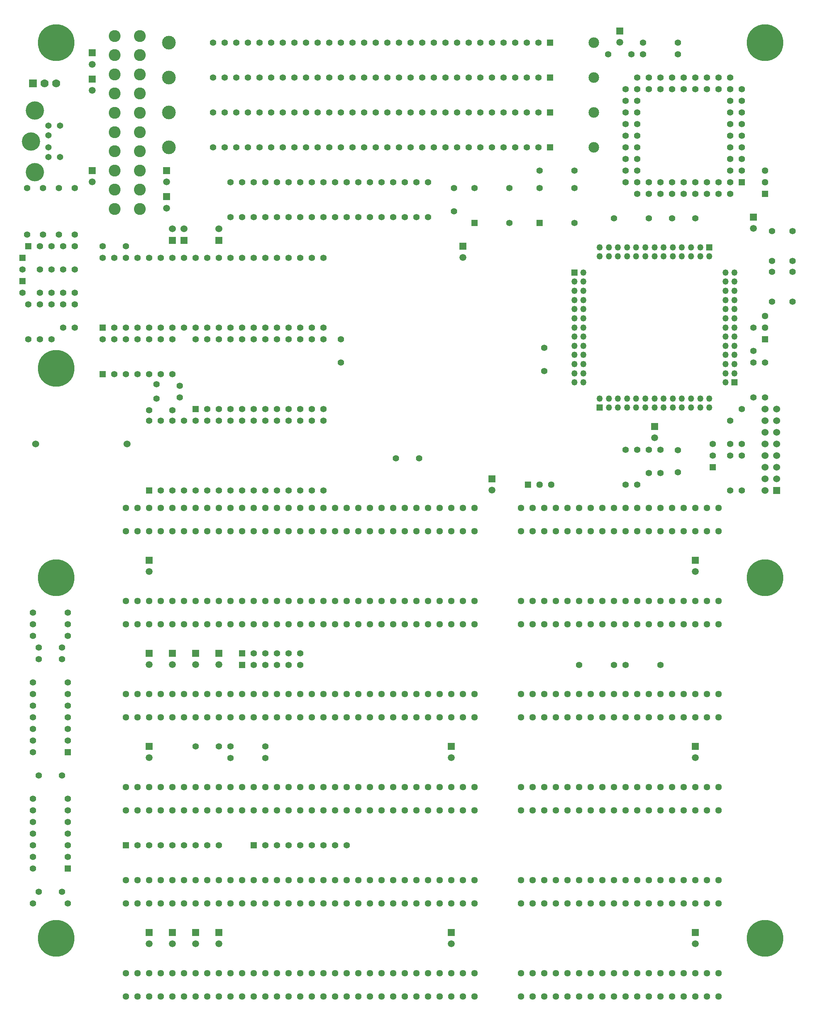
<source format=gbr>
%TF.GenerationSoftware,KiCad,Pcbnew,(6.0.2)*%
%TF.CreationDate,2026-02-18T07:48:15-08:00*%
%TF.ProjectId,AT386SX,41543338-3653-4582-9e6b-696361645f70,2.2*%
%TF.SameCoordinates,Original*%
%TF.FileFunction,Soldermask,Bot*%
%TF.FilePolarity,Negative*%
%FSLAX46Y46*%
G04 Gerber Fmt 4.6, Leading zero omitted, Abs format (unit mm)*
G04 Created by KiCad (PCBNEW (6.0.2)) date 2026-02-18 07:48:15*
%MOMM*%
%LPD*%
G01*
G04 APERTURE LIST*
%ADD10R,1.350000X1.350000*%
%ADD11O,1.350000X1.350000*%
%ADD12C,1.397000*%
%ADD13R,1.397000X1.397000*%
%ADD14R,1.490980X1.490980*%
%ADD15C,1.490980*%
%ADD16R,1.440000X1.440000*%
%ADD17C,1.440000*%
%ADD18C,2.311400*%
%ADD19C,2.997200*%
%ADD20C,1.399540*%
%ADD21R,1.524000X1.524000*%
%ADD22C,1.524000*%
%ADD23C,1.371600*%
%ADD24C,4.000500*%
%ADD25C,2.600960*%
%ADD26C,0.900000*%
%ADD27C,8.000000*%
%ADD28R,1.778000X1.778000*%
%ADD29C,1.778000*%
G04 APERTURE END LIST*
D10*
%TO.C,J17*%
X146750000Y-103870000D03*
D11*
X146750000Y-101870000D03*
X148750000Y-103870000D03*
X148750000Y-101870000D03*
X150750000Y-103870000D03*
X150750000Y-101870000D03*
X152750000Y-103870000D03*
X152750000Y-101870000D03*
X154750000Y-103870000D03*
X154750000Y-101870000D03*
X156750000Y-103870000D03*
X156750000Y-101870000D03*
X158750000Y-103870000D03*
X158750000Y-101870000D03*
X160750000Y-103870000D03*
X160750000Y-101870000D03*
X162750000Y-103870000D03*
X162750000Y-101870000D03*
X164750000Y-103870000D03*
X164750000Y-101870000D03*
X166750000Y-103870000D03*
X166750000Y-101870000D03*
X168750000Y-103870000D03*
X168750000Y-101870000D03*
X170750000Y-103870000D03*
X170750000Y-101870000D03*
%TD*%
D12*
%TO.C,C9*%
X153670000Y-26670000D03*
X148590000Y-26670000D03*
%TD*%
%TO.C,R2*%
X99060000Y-62230000D03*
X99060000Y-54610000D03*
%TD*%
D13*
%TO.C,X1*%
X133667500Y-63500000D03*
D12*
X141287500Y-63500000D03*
X141287500Y-55880000D03*
X133667500Y-55880000D03*
%TD*%
%TO.C,C7*%
X32067500Y-73660000D03*
X32067500Y-78740000D03*
%TD*%
D14*
%TO.C,C32*%
X167640000Y-137180000D03*
D15*
X167640000Y-139680000D03*
%TD*%
D16*
%TO.C,JP5*%
X182880000Y-57150000D03*
D17*
X182880000Y-54610000D03*
X182880000Y-52070000D03*
%TD*%
D10*
%TO.C,J16*%
X141240000Y-74360000D03*
D11*
X143240000Y-74360000D03*
X141240000Y-76360000D03*
X143240000Y-76360000D03*
X141240000Y-78360000D03*
X143240000Y-78360000D03*
X141240000Y-80360000D03*
X143240000Y-80360000D03*
X141240000Y-82360000D03*
X143240000Y-82360000D03*
X141240000Y-84360000D03*
X143240000Y-84360000D03*
X141240000Y-86360000D03*
X143240000Y-86360000D03*
X141240000Y-88360000D03*
X143240000Y-88360000D03*
X141240000Y-90360000D03*
X143240000Y-90360000D03*
X141240000Y-92360000D03*
X143240000Y-92360000D03*
X141240000Y-94360000D03*
X143240000Y-94360000D03*
X141240000Y-96360000D03*
X143240000Y-96360000D03*
X141240000Y-98360000D03*
X143240000Y-98360000D03*
%TD*%
D12*
%TO.C,R33*%
X163830000Y-24130000D03*
X156210000Y-24130000D03*
%TD*%
D13*
%TO.C,J2*%
X135890000Y-31750000D03*
D12*
X133350000Y-31750000D03*
X130810000Y-31750000D03*
X128270000Y-31750000D03*
X125730000Y-31750000D03*
X123190000Y-31750000D03*
X120650000Y-31750000D03*
X118110000Y-31750000D03*
X115570000Y-31750000D03*
X113030000Y-31750000D03*
X110490000Y-31750000D03*
X107950000Y-31750000D03*
X105410000Y-31750000D03*
X102870000Y-31750000D03*
X100330000Y-31750000D03*
X97790000Y-31750000D03*
X95250000Y-31750000D03*
X92710000Y-31750000D03*
X90170000Y-31750000D03*
X87630000Y-31750000D03*
X85090000Y-31750000D03*
X82550000Y-31750000D03*
X80010000Y-31750000D03*
X77470000Y-31750000D03*
X74930000Y-31750000D03*
X72390000Y-31750000D03*
X69850000Y-31750000D03*
X67310000Y-31750000D03*
X64770000Y-31750000D03*
X62230000Y-31750000D03*
D18*
X145480000Y-31750000D03*
D19*
X52640000Y-31750000D03*
%TD*%
D20*
%TO.C,SW1*%
X184439560Y-80721200D03*
X184439560Y-74218800D03*
X188940440Y-80721200D03*
X188940440Y-74218800D03*
%TD*%
D14*
%TO.C,C29*%
X123190000Y-119400000D03*
D15*
X123190000Y-121900000D03*
%TD*%
D21*
%TO.C,JP3*%
X53340000Y-67310000D03*
D22*
X53340000Y-64770000D03*
%TD*%
D13*
%TO.C,U6*%
X48260000Y-121920000D03*
D12*
X50800000Y-121920000D03*
X53340000Y-121920000D03*
X55880000Y-121920000D03*
X58420000Y-121920000D03*
X60960000Y-121920000D03*
X63500000Y-121920000D03*
X66040000Y-121920000D03*
X68580000Y-121920000D03*
X71120000Y-121920000D03*
X73660000Y-121920000D03*
X76200000Y-121920000D03*
X78740000Y-121920000D03*
X81280000Y-121920000D03*
X83820000Y-121920000D03*
X86360000Y-121920000D03*
X86360000Y-106680000D03*
X83820000Y-106680000D03*
X81280000Y-106680000D03*
X78740000Y-106680000D03*
X76200000Y-106680000D03*
X73660000Y-106680000D03*
X71120000Y-106680000D03*
X68580000Y-106680000D03*
X66040000Y-106680000D03*
X63500000Y-106680000D03*
X60960000Y-106680000D03*
X58420000Y-106680000D03*
X55880000Y-106680000D03*
X53340000Y-106680000D03*
X50800000Y-106680000D03*
X48260000Y-106680000D03*
%TD*%
%TO.C,R28*%
X21907500Y-88900000D03*
X21907500Y-81280000D03*
%TD*%
%TO.C,C8*%
X63500000Y-177800000D03*
X58420000Y-177800000D03*
%TD*%
D14*
%TO.C,C37*%
X48260000Y-218460000D03*
D15*
X48260000Y-220960000D03*
%TD*%
D12*
%TO.C,R1*%
X86360000Y-62230000D03*
X86360000Y-54610000D03*
%TD*%
%TO.C,R27*%
X24447500Y-88900000D03*
X24447500Y-81280000D03*
%TD*%
D14*
%TO.C,C33*%
X48260000Y-157500000D03*
D15*
X48260000Y-160000000D03*
%TD*%
D12*
%TO.C,R35*%
X142240000Y-160020000D03*
X149860000Y-160020000D03*
%TD*%
%TO.C,C16*%
X32067500Y-86360000D03*
X32067500Y-81280000D03*
%TD*%
D13*
%TO.C,RN5*%
X21907500Y-68580000D03*
D12*
X24447500Y-68580000D03*
X26987500Y-68580000D03*
X29527500Y-68580000D03*
X32067500Y-68580000D03*
%TD*%
D16*
%TO.C,JP4*%
X182880000Y-88900000D03*
D17*
X182880000Y-86360000D03*
X182880000Y-83820000D03*
%TD*%
%TO.C,J5*%
X43180000Y-130810000D03*
X45720000Y-130810000D03*
X48260000Y-130810000D03*
X50800000Y-130810000D03*
X53340000Y-130810000D03*
X55880000Y-130810000D03*
X58420000Y-130810000D03*
X60960000Y-130810000D03*
X63500000Y-130810000D03*
X66040000Y-130810000D03*
X68580000Y-130810000D03*
X71120000Y-130810000D03*
X73660000Y-130810000D03*
X76200000Y-130810000D03*
X78740000Y-130810000D03*
X81280000Y-130810000D03*
X83820000Y-130810000D03*
X86360000Y-130810000D03*
X88900000Y-130810000D03*
X91440000Y-130810000D03*
X93980000Y-130810000D03*
X96520000Y-130810000D03*
X99060000Y-130810000D03*
X101600000Y-130810000D03*
X104140000Y-130810000D03*
X106680000Y-130810000D03*
X109220000Y-130810000D03*
X111760000Y-130810000D03*
X114300000Y-130810000D03*
X116840000Y-130810000D03*
X119380000Y-130810000D03*
X43180000Y-125730000D03*
X45720000Y-125730000D03*
X48260000Y-125730000D03*
X50800000Y-125730000D03*
X53340000Y-125730000D03*
X55880000Y-125730000D03*
X58420000Y-125730000D03*
X60960000Y-125730000D03*
X63500000Y-125730000D03*
X66040000Y-125730000D03*
X68580000Y-125730000D03*
X71120000Y-125730000D03*
X73660000Y-125730000D03*
X76200000Y-125730000D03*
X78740000Y-125730000D03*
X81280000Y-125730000D03*
X83820000Y-125730000D03*
X86360000Y-125730000D03*
X88900000Y-125730000D03*
X91440000Y-125730000D03*
X93980000Y-125730000D03*
X96520000Y-125730000D03*
X99060000Y-125730000D03*
X101600000Y-125730000D03*
X104140000Y-125730000D03*
X106680000Y-125730000D03*
X109220000Y-125730000D03*
X111760000Y-125730000D03*
X114300000Y-125730000D03*
X116840000Y-125730000D03*
X119380000Y-125730000D03*
X129540000Y-130810000D03*
X132080000Y-130810000D03*
X134620000Y-130810000D03*
X137160000Y-130810000D03*
X139700000Y-130810000D03*
X142240000Y-130810000D03*
X144780000Y-130810000D03*
X147320000Y-130810000D03*
X149860000Y-130810000D03*
X152400000Y-130810000D03*
X154940000Y-130810000D03*
X157480000Y-130810000D03*
X160020000Y-130810000D03*
X162560000Y-130810000D03*
X165100000Y-130810000D03*
X167640000Y-130810000D03*
X170180000Y-130810000D03*
X172720000Y-130810000D03*
X129540000Y-125730000D03*
X132080000Y-125730000D03*
X134620000Y-125730000D03*
X137160000Y-125730000D03*
X139700000Y-125730000D03*
X142240000Y-125730000D03*
X144780000Y-125730000D03*
X147320000Y-125730000D03*
X149860000Y-125730000D03*
X152400000Y-125730000D03*
X154940000Y-125730000D03*
X157480000Y-125730000D03*
X160020000Y-125730000D03*
X162560000Y-125730000D03*
X165100000Y-125730000D03*
X167640000Y-125730000D03*
X170180000Y-125730000D03*
X172720000Y-125730000D03*
%TD*%
D13*
%TO.C,U9*%
X30480000Y-204470000D03*
D12*
X30480000Y-201930000D03*
X30480000Y-199390000D03*
X30480000Y-196850000D03*
X30480000Y-194310000D03*
X30480000Y-191770000D03*
X30480000Y-189230000D03*
X22860000Y-189230000D03*
X22860000Y-191770000D03*
X22860000Y-194310000D03*
X22860000Y-196850000D03*
X22860000Y-199390000D03*
X22860000Y-201930000D03*
X22860000Y-204470000D03*
%TD*%
%TO.C,C13*%
X90170000Y-93980000D03*
X90170000Y-88900000D03*
%TD*%
D13*
%TO.C,J3*%
X135890000Y-39370000D03*
D12*
X133350000Y-39370000D03*
X130810000Y-39370000D03*
X128270000Y-39370000D03*
X125730000Y-39370000D03*
X123190000Y-39370000D03*
X120650000Y-39370000D03*
X118110000Y-39370000D03*
X115570000Y-39370000D03*
X113030000Y-39370000D03*
X110490000Y-39370000D03*
X107950000Y-39370000D03*
X105410000Y-39370000D03*
X102870000Y-39370000D03*
X100330000Y-39370000D03*
X97790000Y-39370000D03*
X95250000Y-39370000D03*
X92710000Y-39370000D03*
X90170000Y-39370000D03*
X87630000Y-39370000D03*
X85090000Y-39370000D03*
X82550000Y-39370000D03*
X80010000Y-39370000D03*
X77470000Y-39370000D03*
X74930000Y-39370000D03*
X72390000Y-39370000D03*
X69850000Y-39370000D03*
X67310000Y-39370000D03*
X64770000Y-39370000D03*
X62230000Y-39370000D03*
D19*
X52640000Y-39370000D03*
D18*
X145480000Y-39370000D03*
%TD*%
D12*
%TO.C,C5*%
X24447500Y-73660000D03*
X24447500Y-78740000D03*
%TD*%
%TO.C,R8*%
X81280000Y-62230000D03*
X81280000Y-54610000D03*
%TD*%
%TO.C,R18*%
X109220000Y-62230000D03*
X109220000Y-54610000D03*
%TD*%
%TO.C,R19*%
X106680000Y-62230000D03*
X106680000Y-54610000D03*
%TD*%
D13*
%TO.C,J1*%
X135890000Y-24130000D03*
D12*
X133350000Y-24130000D03*
X130810000Y-24130000D03*
X128270000Y-24130000D03*
X125730000Y-24130000D03*
X123190000Y-24130000D03*
X120650000Y-24130000D03*
X118110000Y-24130000D03*
X115570000Y-24130000D03*
X113030000Y-24130000D03*
X110490000Y-24130000D03*
X107950000Y-24130000D03*
X105410000Y-24130000D03*
X102870000Y-24130000D03*
X100330000Y-24130000D03*
X97790000Y-24130000D03*
X95250000Y-24130000D03*
X92710000Y-24130000D03*
X90170000Y-24130000D03*
X87630000Y-24130000D03*
X85090000Y-24130000D03*
X82550000Y-24130000D03*
X80010000Y-24130000D03*
X77470000Y-24130000D03*
X74930000Y-24130000D03*
X72390000Y-24130000D03*
X69850000Y-24130000D03*
X67310000Y-24130000D03*
X64770000Y-24130000D03*
X62230000Y-24130000D03*
D19*
X52640000Y-24130000D03*
D18*
X145480000Y-24130000D03*
%TD*%
D13*
%TO.C,RN1*%
X71120000Y-199390000D03*
D12*
X73660000Y-199390000D03*
X76200000Y-199390000D03*
X78740000Y-199390000D03*
X81280000Y-199390000D03*
X83820000Y-199390000D03*
X86360000Y-199390000D03*
X88900000Y-199390000D03*
X91440000Y-199390000D03*
%TD*%
%TO.C,R10*%
X76200000Y-62230000D03*
X76200000Y-54610000D03*
%TD*%
%TO.C,Y1*%
X163830000Y-118010940D03*
X163830000Y-113129060D03*
%TD*%
%TO.C,R3*%
X96520000Y-62230000D03*
X96520000Y-54610000D03*
%TD*%
D14*
%TO.C,C43*%
X35877500Y-26372500D03*
D15*
X35877500Y-28872500D03*
%TD*%
D23*
%TO.C,J11*%
X26280000Y-47020000D03*
X26280000Y-44420000D03*
X26280000Y-49120000D03*
X26280000Y-42320000D03*
X28780000Y-49120000D03*
X28780000Y-42320000D03*
D24*
X23280000Y-38970000D03*
X23280000Y-52470000D03*
X22480000Y-45720000D03*
%TD*%
D12*
%TO.C,R25*%
X177800000Y-114300000D03*
X177800000Y-121920000D03*
%TD*%
%TO.C,C20*%
X24130000Y-209550000D03*
X29210000Y-209550000D03*
%TD*%
D17*
%TO.C,J9*%
X43180000Y-212090000D03*
X45720000Y-212090000D03*
X48260000Y-212090000D03*
X50800000Y-212090000D03*
X53340000Y-212090000D03*
X55880000Y-212090000D03*
X58420000Y-212090000D03*
X60960000Y-212090000D03*
X63500000Y-212090000D03*
X66040000Y-212090000D03*
X68580000Y-212090000D03*
X71120000Y-212090000D03*
X73660000Y-212090000D03*
X76200000Y-212090000D03*
X78740000Y-212090000D03*
X81280000Y-212090000D03*
X83820000Y-212090000D03*
X86360000Y-212090000D03*
X88900000Y-212090000D03*
X91440000Y-212090000D03*
X93980000Y-212090000D03*
X96520000Y-212090000D03*
X99060000Y-212090000D03*
X101600000Y-212090000D03*
X104140000Y-212090000D03*
X106680000Y-212090000D03*
X109220000Y-212090000D03*
X111760000Y-212090000D03*
X114300000Y-212090000D03*
X116840000Y-212090000D03*
X119380000Y-212090000D03*
X43180000Y-207010000D03*
X45720000Y-207010000D03*
X48260000Y-207010000D03*
X50800000Y-207010000D03*
X53340000Y-207010000D03*
X55880000Y-207010000D03*
X58420000Y-207010000D03*
X60960000Y-207010000D03*
X63500000Y-207010000D03*
X66040000Y-207010000D03*
X68580000Y-207010000D03*
X71120000Y-207010000D03*
X73660000Y-207010000D03*
X76200000Y-207010000D03*
X78740000Y-207010000D03*
X81280000Y-207010000D03*
X83820000Y-207010000D03*
X86360000Y-207010000D03*
X88900000Y-207010000D03*
X91440000Y-207010000D03*
X93980000Y-207010000D03*
X96520000Y-207010000D03*
X99060000Y-207010000D03*
X101600000Y-207010000D03*
X104140000Y-207010000D03*
X106680000Y-207010000D03*
X109220000Y-207010000D03*
X111760000Y-207010000D03*
X114300000Y-207010000D03*
X116840000Y-207010000D03*
X119380000Y-207010000D03*
X129540000Y-212090000D03*
X132080000Y-212090000D03*
X134620000Y-212090000D03*
X137160000Y-212090000D03*
X139700000Y-212090000D03*
X142240000Y-212090000D03*
X144780000Y-212090000D03*
X147320000Y-212090000D03*
X149860000Y-212090000D03*
X152400000Y-212090000D03*
X154940000Y-212090000D03*
X157480000Y-212090000D03*
X160020000Y-212090000D03*
X162560000Y-212090000D03*
X165100000Y-212090000D03*
X167640000Y-212090000D03*
X170180000Y-212090000D03*
X172720000Y-212090000D03*
X129540000Y-207010000D03*
X132080000Y-207010000D03*
X134620000Y-207010000D03*
X137160000Y-207010000D03*
X139700000Y-207010000D03*
X142240000Y-207010000D03*
X144780000Y-207010000D03*
X147320000Y-207010000D03*
X149860000Y-207010000D03*
X152400000Y-207010000D03*
X154940000Y-207010000D03*
X157480000Y-207010000D03*
X160020000Y-207010000D03*
X162560000Y-207010000D03*
X165100000Y-207010000D03*
X167640000Y-207010000D03*
X170180000Y-207010000D03*
X172720000Y-207010000D03*
%TD*%
D12*
%TO.C,R6*%
X88900000Y-62230000D03*
X88900000Y-54610000D03*
%TD*%
D13*
%TO.C,U4*%
X58420000Y-104140000D03*
D12*
X60960000Y-104140000D03*
X63500000Y-104140000D03*
X66040000Y-104140000D03*
X68580000Y-104140000D03*
X71120000Y-104140000D03*
X73660000Y-104140000D03*
X76200000Y-104140000D03*
X78740000Y-104140000D03*
X81280000Y-104140000D03*
X83820000Y-104140000D03*
X86360000Y-104140000D03*
X86360000Y-88900000D03*
X83820000Y-88900000D03*
X81280000Y-88900000D03*
X78740000Y-88900000D03*
X76200000Y-88900000D03*
X73660000Y-88900000D03*
X71120000Y-88900000D03*
X68580000Y-88900000D03*
X66040000Y-88900000D03*
X63500000Y-88900000D03*
X60960000Y-88900000D03*
X58420000Y-88900000D03*
%TD*%
D13*
%TO.C,X2*%
X119380000Y-63500000D03*
D12*
X127000000Y-63500000D03*
X127000000Y-55880000D03*
X119380000Y-55880000D03*
%TD*%
%TO.C,R11*%
X73660000Y-62230000D03*
X73660000Y-54610000D03*
%TD*%
D14*
%TO.C,C30*%
X158750000Y-107970000D03*
D15*
X158750000Y-110470000D03*
%TD*%
D12*
%TO.C,R21*%
X101600000Y-62230000D03*
X101600000Y-54610000D03*
%TD*%
D14*
%TO.C,C40*%
X52070000Y-57805000D03*
D15*
X52070000Y-60305000D03*
%TD*%
D14*
%TO.C,C44*%
X58420000Y-157500000D03*
D15*
X58420000Y-160000000D03*
%TD*%
D14*
%TO.C,C41*%
X63500000Y-157500000D03*
D15*
X63500000Y-160000000D03*
%TD*%
D25*
%TO.C,J12*%
X46248320Y-22692360D03*
X46248320Y-26893520D03*
X46248320Y-31092140D03*
X46248320Y-35293300D03*
X46248320Y-39491920D03*
X46248320Y-43693080D03*
X46248320Y-47891700D03*
X46248320Y-52092860D03*
X46248320Y-56291480D03*
X46248320Y-60492640D03*
X40746680Y-22692360D03*
X40746680Y-26893520D03*
X40746680Y-31092140D03*
X40746680Y-35293300D03*
X40746680Y-39491920D03*
X40746680Y-43693080D03*
X40746680Y-47891700D03*
X40746680Y-52092860D03*
X40746680Y-56291480D03*
X40746680Y-60492640D03*
%TD*%
D13*
%TO.C,D1*%
X20637500Y-76200000D03*
D12*
X20637500Y-78740000D03*
%TD*%
%TO.C,R30*%
X73660000Y-180340000D03*
X66040000Y-180340000D03*
%TD*%
%TO.C,R40*%
X154940000Y-120650000D03*
X154940000Y-113030000D03*
%TD*%
D17*
%TO.C,J8*%
X43180000Y-191770000D03*
X45720000Y-191770000D03*
X48260000Y-191770000D03*
X50800000Y-191770000D03*
X53340000Y-191770000D03*
X55880000Y-191770000D03*
X58420000Y-191770000D03*
X60960000Y-191770000D03*
X63500000Y-191770000D03*
X66040000Y-191770000D03*
X68580000Y-191770000D03*
X71120000Y-191770000D03*
X73660000Y-191770000D03*
X76200000Y-191770000D03*
X78740000Y-191770000D03*
X81280000Y-191770000D03*
X83820000Y-191770000D03*
X86360000Y-191770000D03*
X88900000Y-191770000D03*
X91440000Y-191770000D03*
X93980000Y-191770000D03*
X96520000Y-191770000D03*
X99060000Y-191770000D03*
X101600000Y-191770000D03*
X104140000Y-191770000D03*
X106680000Y-191770000D03*
X109220000Y-191770000D03*
X111760000Y-191770000D03*
X114300000Y-191770000D03*
X116840000Y-191770000D03*
X119380000Y-191770000D03*
X43180000Y-186690000D03*
X45720000Y-186690000D03*
X48260000Y-186690000D03*
X50800000Y-186690000D03*
X53340000Y-186690000D03*
X55880000Y-186690000D03*
X58420000Y-186690000D03*
X60960000Y-186690000D03*
X63500000Y-186690000D03*
X66040000Y-186690000D03*
X68580000Y-186690000D03*
X71120000Y-186690000D03*
X73660000Y-186690000D03*
X76200000Y-186690000D03*
X78740000Y-186690000D03*
X81280000Y-186690000D03*
X83820000Y-186690000D03*
X86360000Y-186690000D03*
X88900000Y-186690000D03*
X91440000Y-186690000D03*
X93980000Y-186690000D03*
X96520000Y-186690000D03*
X99060000Y-186690000D03*
X101600000Y-186690000D03*
X104140000Y-186690000D03*
X106680000Y-186690000D03*
X109220000Y-186690000D03*
X111760000Y-186690000D03*
X114300000Y-186690000D03*
X116840000Y-186690000D03*
X119380000Y-186690000D03*
X129540000Y-191770000D03*
X132080000Y-191770000D03*
X134620000Y-191770000D03*
X137160000Y-191770000D03*
X139700000Y-191770000D03*
X142240000Y-191770000D03*
X144780000Y-191770000D03*
X147320000Y-191770000D03*
X149860000Y-191770000D03*
X152400000Y-191770000D03*
X154940000Y-191770000D03*
X157480000Y-191770000D03*
X160020000Y-191770000D03*
X162560000Y-191770000D03*
X165100000Y-191770000D03*
X167640000Y-191770000D03*
X170180000Y-191770000D03*
X172720000Y-191770000D03*
X129540000Y-186690000D03*
X132080000Y-186690000D03*
X134620000Y-186690000D03*
X137160000Y-186690000D03*
X139700000Y-186690000D03*
X142240000Y-186690000D03*
X144780000Y-186690000D03*
X147320000Y-186690000D03*
X149860000Y-186690000D03*
X152400000Y-186690000D03*
X154940000Y-186690000D03*
X157480000Y-186690000D03*
X160020000Y-186690000D03*
X162560000Y-186690000D03*
X165100000Y-186690000D03*
X167640000Y-186690000D03*
X170180000Y-186690000D03*
X172720000Y-186690000D03*
%TD*%
D14*
%TO.C,C39*%
X167640000Y-218460000D03*
D15*
X167640000Y-220960000D03*
%TD*%
D10*
%TO.C,J14*%
X176260000Y-98360000D03*
D11*
X174260000Y-98360000D03*
X176260000Y-96360000D03*
X174260000Y-96360000D03*
X176260000Y-94360000D03*
X174260000Y-94360000D03*
X176260000Y-92360000D03*
X174260000Y-92360000D03*
X176260000Y-90360000D03*
X174260000Y-90360000D03*
X176260000Y-88360000D03*
X174260000Y-88360000D03*
X176260000Y-86360000D03*
X174260000Y-86360000D03*
X176260000Y-84360000D03*
X174260000Y-84360000D03*
X176260000Y-82360000D03*
X174260000Y-82360000D03*
X176260000Y-80360000D03*
X174260000Y-80360000D03*
X176260000Y-78360000D03*
X174260000Y-78360000D03*
X176260000Y-76360000D03*
X174260000Y-76360000D03*
X176260000Y-74360000D03*
X174260000Y-74360000D03*
%TD*%
D14*
%TO.C,C25*%
X52070000Y-52090000D03*
D15*
X52070000Y-54590000D03*
%TD*%
D21*
%TO.C,JP2*%
X55880000Y-67310000D03*
D22*
X55880000Y-64770000D03*
%TD*%
D12*
%TO.C,C15*%
X48260000Y-104457500D03*
X53340000Y-104457500D03*
%TD*%
%TO.C,C2*%
X160020000Y-113030000D03*
X160020000Y-118110000D03*
%TD*%
D26*
%TO.C,H4*%
X30061320Y-22008680D03*
D27*
X27940000Y-24130000D03*
D26*
X25818680Y-22008680D03*
X24940000Y-24130000D03*
X30940000Y-24130000D03*
X27940000Y-21130000D03*
X25818680Y-26251320D03*
X30061320Y-26251320D03*
X27940000Y-27130000D03*
%TD*%
D12*
%TO.C,L2*%
X21590000Y-66040000D03*
X21590000Y-55880000D03*
%TD*%
D14*
%TO.C,C27*%
X116840000Y-68600000D03*
D15*
X116840000Y-71100000D03*
%TD*%
D12*
%TO.C,R7*%
X83820000Y-62230000D03*
X83820000Y-54610000D03*
%TD*%
%TO.C,R38*%
X30480000Y-151129282D03*
X22860000Y-151129282D03*
%TD*%
%TO.C,L3*%
X32067500Y-66040000D03*
X32067500Y-55880000D03*
%TD*%
D26*
%TO.C,H7*%
X185001320Y-143091320D03*
X179880000Y-140970000D03*
X180758680Y-138848680D03*
X182880000Y-137970000D03*
X185001320Y-138848680D03*
X185880000Y-140970000D03*
X180758680Y-143091320D03*
D27*
X182880000Y-140970000D03*
D26*
X182880000Y-143970000D03*
%TD*%
D13*
%TO.C,RN3*%
X68580000Y-160020000D03*
D12*
X71120000Y-160020000D03*
X73660000Y-160020000D03*
X76200000Y-160020000D03*
X78740000Y-160020000D03*
X81280000Y-160020000D03*
%TD*%
%TO.C,C17*%
X102235000Y-114935000D03*
X107315000Y-114935000D03*
%TD*%
D14*
%TO.C,C42*%
X63500000Y-218460000D03*
D15*
X63500000Y-220960000D03*
%TD*%
D20*
%TO.C,SW2*%
X184439560Y-71831200D03*
X184439560Y-65328800D03*
X188940440Y-65328800D03*
X188940440Y-71831200D03*
%TD*%
D12*
%TO.C,R17*%
X68580000Y-62230000D03*
X68580000Y-54610000D03*
%TD*%
D26*
%TO.C,H2*%
X25818680Y-138848680D03*
X27940000Y-137970000D03*
X27940000Y-143970000D03*
X25818680Y-143091320D03*
X30061320Y-143091320D03*
D27*
X27940000Y-140970000D03*
D26*
X30940000Y-140970000D03*
X30061320Y-138848680D03*
X24940000Y-140970000D03*
%TD*%
D12*
%TO.C,R23*%
X180340000Y-101600000D03*
X180340000Y-93980000D03*
%TD*%
%TO.C,L4*%
X28575000Y-66040000D03*
X28575000Y-55880000D03*
%TD*%
%TO.C,R34*%
X163830000Y-26670000D03*
X156210000Y-26670000D03*
%TD*%
D13*
%TO.C,J4*%
X135890000Y-46990000D03*
D12*
X133350000Y-46990000D03*
X130810000Y-46990000D03*
X128270000Y-46990000D03*
X125730000Y-46990000D03*
X123190000Y-46990000D03*
X120650000Y-46990000D03*
X118110000Y-46990000D03*
X115570000Y-46990000D03*
X113030000Y-46990000D03*
X110490000Y-46990000D03*
X107950000Y-46990000D03*
X105410000Y-46990000D03*
X102870000Y-46990000D03*
X100330000Y-46990000D03*
X97790000Y-46990000D03*
X95250000Y-46990000D03*
X92710000Y-46990000D03*
X90170000Y-46990000D03*
X87630000Y-46990000D03*
X85090000Y-46990000D03*
X82550000Y-46990000D03*
X80010000Y-46990000D03*
X77470000Y-46990000D03*
X74930000Y-46990000D03*
X72390000Y-46990000D03*
X69850000Y-46990000D03*
X67310000Y-46990000D03*
X64770000Y-46990000D03*
X62230000Y-46990000D03*
D19*
X52640000Y-46990000D03*
D18*
X145480000Y-46990000D03*
%TD*%
D13*
%TO.C,Q1*%
X171450000Y-116840000D03*
D12*
X171450000Y-114300000D03*
X171450000Y-111760000D03*
%TD*%
%TO.C,C22*%
X29210000Y-158749282D03*
X24130000Y-158749282D03*
%TD*%
D14*
%TO.C,C47*%
X53340000Y-157500000D03*
D15*
X53340000Y-160000000D03*
%TD*%
D12*
%TO.C,R31*%
X30480000Y-212090000D03*
X22860000Y-212090000D03*
%TD*%
D28*
%TO.C,U10*%
X22860000Y-33020000D03*
D29*
X25400000Y-33020000D03*
X27940000Y-33020000D03*
%TD*%
D12*
%TO.C,C18*%
X114935000Y-55880000D03*
X114935000Y-60960000D03*
%TD*%
D14*
%TO.C,C26*%
X151130000Y-21610000D03*
D15*
X151130000Y-24110000D03*
%TD*%
D12*
%TO.C,C11*%
X162560000Y-62547500D03*
X167640000Y-62547500D03*
%TD*%
D21*
%TO.C,JP1*%
X63500000Y-67310000D03*
D22*
X63500000Y-64770000D03*
%TD*%
D21*
%TO.C,J13*%
X185420000Y-121920000D03*
D22*
X182880000Y-121920000D03*
X185420000Y-119380000D03*
X182880000Y-119380000D03*
X185420000Y-116840000D03*
X182880000Y-116840000D03*
X185420000Y-114300000D03*
X182880000Y-114300000D03*
X185420000Y-111760000D03*
X182880000Y-111760000D03*
X185420000Y-109220000D03*
X182880000Y-109220000D03*
X185420000Y-106680000D03*
X182880000Y-106680000D03*
X185420000Y-104140000D03*
X182880000Y-104140000D03*
%TD*%
D14*
%TO.C,C31*%
X48260000Y-137180000D03*
D15*
X48260000Y-139680000D03*
%TD*%
D12*
%TO.C,R4*%
X93980000Y-62230000D03*
X93980000Y-54610000D03*
%TD*%
%TO.C,R5*%
X91440000Y-62230000D03*
X91440000Y-54610000D03*
%TD*%
%TO.C,R9*%
X78740000Y-62230000D03*
X78740000Y-54610000D03*
%TD*%
D14*
%TO.C,C38*%
X114300000Y-218460000D03*
D15*
X114300000Y-220960000D03*
%TD*%
D12*
%TO.C,C12*%
X134620000Y-90805000D03*
X134620000Y-95885000D03*
%TD*%
D14*
%TO.C,C24*%
X35877500Y-52090000D03*
D15*
X35877500Y-54590000D03*
%TD*%
D14*
%TO.C,C46*%
X35877500Y-32087500D03*
D15*
X35877500Y-34587500D03*
%TD*%
D12*
%TO.C,R26*%
X177800000Y-104140000D03*
X177800000Y-111760000D03*
%TD*%
%TO.C,R24*%
X182880000Y-101600000D03*
X182880000Y-93980000D03*
%TD*%
D13*
%TO.C,D2*%
X20637500Y-71120000D03*
D12*
X20637500Y-73660000D03*
%TD*%
D17*
%TO.C,J7*%
X43180000Y-171450000D03*
X45720000Y-171450000D03*
X48260000Y-171450000D03*
X50800000Y-171450000D03*
X53340000Y-171450000D03*
X55880000Y-171450000D03*
X58420000Y-171450000D03*
X60960000Y-171450000D03*
X63500000Y-171450000D03*
X66040000Y-171450000D03*
X68580000Y-171450000D03*
X71120000Y-171450000D03*
X73660000Y-171450000D03*
X76200000Y-171450000D03*
X78740000Y-171450000D03*
X81280000Y-171450000D03*
X83820000Y-171450000D03*
X86360000Y-171450000D03*
X88900000Y-171450000D03*
X91440000Y-171450000D03*
X93980000Y-171450000D03*
X96520000Y-171450000D03*
X99060000Y-171450000D03*
X101600000Y-171450000D03*
X104140000Y-171450000D03*
X106680000Y-171450000D03*
X109220000Y-171450000D03*
X111760000Y-171450000D03*
X114300000Y-171450000D03*
X116840000Y-171450000D03*
X119380000Y-171450000D03*
X43180000Y-166370000D03*
X45720000Y-166370000D03*
X48260000Y-166370000D03*
X50800000Y-166370000D03*
X53340000Y-166370000D03*
X55880000Y-166370000D03*
X58420000Y-166370000D03*
X60960000Y-166370000D03*
X63500000Y-166370000D03*
X66040000Y-166370000D03*
X68580000Y-166370000D03*
X71120000Y-166370000D03*
X73660000Y-166370000D03*
X76200000Y-166370000D03*
X78740000Y-166370000D03*
X81280000Y-166370000D03*
X83820000Y-166370000D03*
X86360000Y-166370000D03*
X88900000Y-166370000D03*
X91440000Y-166370000D03*
X93980000Y-166370000D03*
X96520000Y-166370000D03*
X99060000Y-166370000D03*
X101600000Y-166370000D03*
X104140000Y-166370000D03*
X106680000Y-166370000D03*
X109220000Y-166370000D03*
X111760000Y-166370000D03*
X114300000Y-166370000D03*
X116840000Y-166370000D03*
X119380000Y-166370000D03*
X129540000Y-171450000D03*
X132080000Y-171450000D03*
X134620000Y-171450000D03*
X137160000Y-171450000D03*
X139700000Y-171450000D03*
X142240000Y-171450000D03*
X144780000Y-171450000D03*
X147320000Y-171450000D03*
X149860000Y-171450000D03*
X152400000Y-171450000D03*
X154940000Y-171450000D03*
X157480000Y-171450000D03*
X160020000Y-171450000D03*
X162560000Y-171450000D03*
X165100000Y-171450000D03*
X167640000Y-171450000D03*
X170180000Y-171450000D03*
X172720000Y-171450000D03*
X129540000Y-166370000D03*
X132080000Y-166370000D03*
X134620000Y-166370000D03*
X137160000Y-166370000D03*
X139700000Y-166370000D03*
X142240000Y-166370000D03*
X144780000Y-166370000D03*
X147320000Y-166370000D03*
X149860000Y-166370000D03*
X152400000Y-166370000D03*
X154940000Y-166370000D03*
X157480000Y-166370000D03*
X160020000Y-166370000D03*
X162560000Y-166370000D03*
X165100000Y-166370000D03*
X167640000Y-166370000D03*
X170180000Y-166370000D03*
X172720000Y-166370000D03*
%TD*%
D26*
%TO.C,H3*%
X27940000Y-98250000D03*
X30061320Y-97371320D03*
D27*
X27940000Y-95250000D03*
D26*
X25818680Y-97371320D03*
X30940000Y-95250000D03*
X25818680Y-93128680D03*
X24940000Y-95250000D03*
X30061320Y-93128680D03*
X27940000Y-92250000D03*
%TD*%
D17*
%TO.C,J10*%
X43180000Y-232410000D03*
X45720000Y-232410000D03*
X48260000Y-232410000D03*
X50800000Y-232410000D03*
X53340000Y-232410000D03*
X55880000Y-232410000D03*
X58420000Y-232410000D03*
X60960000Y-232410000D03*
X63500000Y-232410000D03*
X66040000Y-232410000D03*
X68580000Y-232410000D03*
X71120000Y-232410000D03*
X73660000Y-232410000D03*
X76200000Y-232410000D03*
X78740000Y-232410000D03*
X81280000Y-232410000D03*
X83820000Y-232410000D03*
X86360000Y-232410000D03*
X88900000Y-232410000D03*
X91440000Y-232410000D03*
X93980000Y-232410000D03*
X96520000Y-232410000D03*
X99060000Y-232410000D03*
X101600000Y-232410000D03*
X104140000Y-232410000D03*
X106680000Y-232410000D03*
X109220000Y-232410000D03*
X111760000Y-232410000D03*
X114300000Y-232410000D03*
X116840000Y-232410000D03*
X119380000Y-232410000D03*
X43180000Y-227330000D03*
X45720000Y-227330000D03*
X48260000Y-227330000D03*
X50800000Y-227330000D03*
X53340000Y-227330000D03*
X55880000Y-227330000D03*
X58420000Y-227330000D03*
X60960000Y-227330000D03*
X63500000Y-227330000D03*
X66040000Y-227330000D03*
X68580000Y-227330000D03*
X71120000Y-227330000D03*
X73660000Y-227330000D03*
X76200000Y-227330000D03*
X78740000Y-227330000D03*
X81280000Y-227330000D03*
X83820000Y-227330000D03*
X86360000Y-227330000D03*
X88900000Y-227330000D03*
X91440000Y-227330000D03*
X93980000Y-227330000D03*
X96520000Y-227330000D03*
X99060000Y-227330000D03*
X101600000Y-227330000D03*
X104140000Y-227330000D03*
X106680000Y-227330000D03*
X109220000Y-227330000D03*
X111760000Y-227330000D03*
X114300000Y-227330000D03*
X116840000Y-227330000D03*
X119380000Y-227330000D03*
X129540000Y-232410000D03*
X132080000Y-232410000D03*
X134620000Y-232410000D03*
X137160000Y-232410000D03*
X139700000Y-232410000D03*
X142240000Y-232410000D03*
X144780000Y-232410000D03*
X147320000Y-232410000D03*
X149860000Y-232410000D03*
X152400000Y-232410000D03*
X154940000Y-232410000D03*
X157480000Y-232410000D03*
X160020000Y-232410000D03*
X162560000Y-232410000D03*
X165100000Y-232410000D03*
X167640000Y-232410000D03*
X170180000Y-232410000D03*
X172720000Y-232410000D03*
X129540000Y-227330000D03*
X132080000Y-227330000D03*
X134620000Y-227330000D03*
X137160000Y-227330000D03*
X139700000Y-227330000D03*
X142240000Y-227330000D03*
X144780000Y-227330000D03*
X147320000Y-227330000D03*
X149860000Y-227330000D03*
X152400000Y-227330000D03*
X154940000Y-227330000D03*
X157480000Y-227330000D03*
X160020000Y-227330000D03*
X162560000Y-227330000D03*
X165100000Y-227330000D03*
X167640000Y-227330000D03*
X170180000Y-227330000D03*
X172720000Y-227330000D03*
%TD*%
D13*
%TO.C,RN4*%
X43180000Y-199390000D03*
D12*
X45720000Y-199390000D03*
X48260000Y-199390000D03*
X50800000Y-199390000D03*
X53340000Y-199390000D03*
X55880000Y-199390000D03*
X58420000Y-199390000D03*
X60960000Y-199390000D03*
X63500000Y-199390000D03*
%TD*%
%TO.C,R29*%
X30480000Y-153669282D03*
X22860000Y-153669282D03*
%TD*%
%TO.C,C23*%
X29210000Y-156209282D03*
X24130000Y-156209282D03*
%TD*%
D14*
%TO.C,C35*%
X114300000Y-177820000D03*
D15*
X114300000Y-180320000D03*
%TD*%
D12*
%TO.C,C21*%
X175260000Y-111760000D03*
X175260000Y-106680000D03*
%TD*%
D14*
%TO.C,C36*%
X167640000Y-177820000D03*
D15*
X167640000Y-180320000D03*
%TD*%
D12*
%TO.C,R16*%
X66040000Y-62230000D03*
X66040000Y-54610000D03*
%TD*%
D14*
%TO.C,C28*%
X180340000Y-62250000D03*
D15*
X180340000Y-64750000D03*
%TD*%
D10*
%TO.C,J15*%
X170750000Y-68850000D03*
D11*
X170750000Y-70850000D03*
X168750000Y-68850000D03*
X168750000Y-70850000D03*
X166750000Y-68850000D03*
X166750000Y-70850000D03*
X164750000Y-68850000D03*
X164750000Y-70850000D03*
X162750000Y-68850000D03*
X162750000Y-70850000D03*
X160750000Y-68850000D03*
X160750000Y-70850000D03*
X158750000Y-68850000D03*
X158750000Y-70850000D03*
X156750000Y-68850000D03*
X156750000Y-70850000D03*
X154750000Y-68850000D03*
X154750000Y-70850000D03*
X152750000Y-68850000D03*
X152750000Y-70850000D03*
X150750000Y-68850000D03*
X150750000Y-70850000D03*
X148750000Y-68850000D03*
X148750000Y-70850000D03*
X146750000Y-68850000D03*
X146750000Y-70850000D03*
%TD*%
D12*
%TO.C,R14*%
X133667500Y-52070000D03*
X141287500Y-52070000D03*
%TD*%
%TO.C,C1*%
X157480000Y-118110000D03*
X157480000Y-113030000D03*
%TD*%
%TO.C,C10*%
X180340000Y-91440000D03*
X180340000Y-86360000D03*
%TD*%
%TO.C,R13*%
X149860000Y-62547500D03*
X157480000Y-62547500D03*
%TD*%
%TO.C,C4*%
X26987500Y-73660000D03*
X26987500Y-78740000D03*
%TD*%
%TO.C,R22*%
X73660000Y-177800000D03*
X66040000Y-177800000D03*
%TD*%
%TO.C,R20*%
X104140000Y-62230000D03*
X104140000Y-54610000D03*
%TD*%
%TO.C,Y2*%
X55016185Y-99052500D03*
X55016185Y-101592500D03*
X49936185Y-101910000D03*
X49936185Y-98735000D03*
%TD*%
%TO.C,R32*%
X152400000Y-113030000D03*
X152400000Y-120650000D03*
%TD*%
D14*
%TO.C,C48*%
X53340000Y-218460000D03*
D15*
X53340000Y-220960000D03*
%TD*%
D14*
%TO.C,C45*%
X58420000Y-218460000D03*
D15*
X58420000Y-220960000D03*
%TD*%
D27*
%TO.C,H1*%
X27940000Y-219710000D03*
D26*
X27940000Y-222710000D03*
X25818680Y-217588680D03*
X30940000Y-219710000D03*
X30061320Y-221831320D03*
X24940000Y-219710000D03*
X30061320Y-217588680D03*
X27940000Y-216710000D03*
X25818680Y-221831320D03*
%TD*%
D12*
%TO.C,R12*%
X71120000Y-62230000D03*
X71120000Y-54610000D03*
%TD*%
D14*
%TO.C,C34*%
X48260000Y-177820000D03*
D15*
X48260000Y-180320000D03*
%TD*%
D22*
%TO.C,BT1*%
X43500750Y-111760000D03*
X23500790Y-111760000D03*
%TD*%
D26*
%TO.C,H6*%
X185001320Y-221831320D03*
X180758680Y-221831320D03*
X185001320Y-217588680D03*
X185880000Y-219710000D03*
X179880000Y-219710000D03*
X182880000Y-222710000D03*
X180758680Y-217588680D03*
D27*
X182880000Y-219710000D03*
D26*
X182880000Y-216710000D03*
%TD*%
D13*
%TO.C,U2*%
X177800000Y-54610000D03*
D12*
X175260000Y-54610000D03*
X177800000Y-52070000D03*
X175260000Y-52070000D03*
X177800000Y-49530000D03*
X175260000Y-49530000D03*
X177800000Y-46990000D03*
X175260000Y-46990000D03*
X177800000Y-44450000D03*
X175260000Y-44450000D03*
X177800000Y-41910000D03*
X175260000Y-41910000D03*
X177800000Y-39370000D03*
X175260000Y-39370000D03*
X177800000Y-36830000D03*
X175260000Y-36830000D03*
X177800000Y-34290000D03*
X175260000Y-31750000D03*
X175260000Y-34290000D03*
X172720000Y-31750000D03*
X172720000Y-34290000D03*
X170180000Y-31750000D03*
X170180000Y-34290000D03*
X167640000Y-31750000D03*
X167640000Y-34290000D03*
X165100000Y-31750000D03*
X165100000Y-34290000D03*
X162560000Y-31750000D03*
X162560000Y-34290000D03*
X160020000Y-31750000D03*
X160020000Y-34290000D03*
X157480000Y-31750000D03*
X157480000Y-34290000D03*
X154940000Y-31750000D03*
X152400000Y-34290000D03*
X154940000Y-34290000D03*
X152400000Y-36830000D03*
X154940000Y-36830000D03*
X152400000Y-39370000D03*
X154940000Y-39370000D03*
X152400000Y-41910000D03*
X154940000Y-41910000D03*
X152400000Y-44450000D03*
X154940000Y-44450000D03*
X152400000Y-46990000D03*
X154940000Y-46990000D03*
X152400000Y-49530000D03*
X154940000Y-49530000D03*
X152400000Y-52070000D03*
X154940000Y-52070000D03*
X152400000Y-54610000D03*
X154940000Y-57150000D03*
X154940000Y-54610000D03*
X157480000Y-57150000D03*
X157480000Y-54610000D03*
X160020000Y-57150000D03*
X160020000Y-54610000D03*
X162560000Y-57150000D03*
X162560000Y-54610000D03*
X165100000Y-57150000D03*
X165100000Y-54610000D03*
X167640000Y-57150000D03*
X167640000Y-54610000D03*
X170180000Y-57150000D03*
X170180000Y-54610000D03*
X172720000Y-57150000D03*
X172720000Y-54610000D03*
X175260000Y-57150000D03*
%TD*%
D26*
%TO.C,H5*%
X182880000Y-21130000D03*
X179880000Y-24130000D03*
X180758680Y-22008680D03*
D27*
X182880000Y-24130000D03*
D26*
X185880000Y-24130000D03*
X180758680Y-26251320D03*
X185001320Y-26251320D03*
X185001320Y-22008680D03*
X182880000Y-27130000D03*
%TD*%
D17*
%TO.C,J6*%
X43180000Y-151130000D03*
X45720000Y-151130000D03*
X48260000Y-151130000D03*
X50800000Y-151130000D03*
X53340000Y-151130000D03*
X55880000Y-151130000D03*
X58420000Y-151130000D03*
X60960000Y-151130000D03*
X63500000Y-151130000D03*
X66040000Y-151130000D03*
X68580000Y-151130000D03*
X71120000Y-151130000D03*
X73660000Y-151130000D03*
X76200000Y-151130000D03*
X78740000Y-151130000D03*
X81280000Y-151130000D03*
X83820000Y-151130000D03*
X86360000Y-151130000D03*
X88900000Y-151130000D03*
X91440000Y-151130000D03*
X93980000Y-151130000D03*
X96520000Y-151130000D03*
X99060000Y-151130000D03*
X101600000Y-151130000D03*
X104140000Y-151130000D03*
X106680000Y-151130000D03*
X109220000Y-151130000D03*
X111760000Y-151130000D03*
X114300000Y-151130000D03*
X116840000Y-151130000D03*
X119380000Y-151130000D03*
X43180000Y-146050000D03*
X45720000Y-146050000D03*
X48260000Y-146050000D03*
X50800000Y-146050000D03*
X53340000Y-146050000D03*
X55880000Y-146050000D03*
X58420000Y-146050000D03*
X60960000Y-146050000D03*
X63500000Y-146050000D03*
X66040000Y-146050000D03*
X68580000Y-146050000D03*
X71120000Y-146050000D03*
X73660000Y-146050000D03*
X76200000Y-146050000D03*
X78740000Y-146050000D03*
X81280000Y-146050000D03*
X83820000Y-146050000D03*
X86360000Y-146050000D03*
X88900000Y-146050000D03*
X91440000Y-146050000D03*
X93980000Y-146050000D03*
X96520000Y-146050000D03*
X99060000Y-146050000D03*
X101600000Y-146050000D03*
X104140000Y-146050000D03*
X106680000Y-146050000D03*
X109220000Y-146050000D03*
X111760000Y-146050000D03*
X114300000Y-146050000D03*
X116840000Y-146050000D03*
X119380000Y-146050000D03*
X129540000Y-151130000D03*
X132080000Y-151130000D03*
X134620000Y-151130000D03*
X137160000Y-151130000D03*
X139700000Y-151130000D03*
X142240000Y-151130000D03*
X144780000Y-151130000D03*
X147320000Y-151130000D03*
X149860000Y-151130000D03*
X152400000Y-151130000D03*
X154940000Y-151130000D03*
X157480000Y-151130000D03*
X160020000Y-151130000D03*
X162560000Y-151130000D03*
X165100000Y-151130000D03*
X167640000Y-151130000D03*
X170180000Y-151130000D03*
X172720000Y-151130000D03*
X129540000Y-146050000D03*
X132080000Y-146050000D03*
X134620000Y-146050000D03*
X137160000Y-146050000D03*
X139700000Y-146050000D03*
X142240000Y-146050000D03*
X144780000Y-146050000D03*
X147320000Y-146050000D03*
X149860000Y-146050000D03*
X152400000Y-146050000D03*
X154940000Y-146050000D03*
X157480000Y-146050000D03*
X160020000Y-146050000D03*
X162560000Y-146050000D03*
X165100000Y-146050000D03*
X167640000Y-146050000D03*
X170180000Y-146050000D03*
X172720000Y-146050000D03*
%TD*%
D12*
%TO.C,C19*%
X24130000Y-184150000D03*
X29210000Y-184150000D03*
%TD*%
%TO.C,R37*%
X26987500Y-88900000D03*
X26987500Y-81280000D03*
%TD*%
%TO.C,R15*%
X175260000Y-121920000D03*
X175260000Y-114300000D03*
%TD*%
D13*
%TO.C,RN2*%
X68580000Y-157480000D03*
D12*
X71120000Y-157480000D03*
X73660000Y-157480000D03*
X76200000Y-157480000D03*
X78740000Y-157480000D03*
X81280000Y-157480000D03*
%TD*%
D13*
%TO.C,U5*%
X38100000Y-86360000D03*
D12*
X40640000Y-86360000D03*
X43180000Y-86360000D03*
X45720000Y-86360000D03*
X48260000Y-86360000D03*
X50800000Y-86360000D03*
X53340000Y-86360000D03*
X55880000Y-86360000D03*
X58420000Y-86360000D03*
X60960000Y-86360000D03*
X63500000Y-86360000D03*
X66040000Y-86360000D03*
X68580000Y-86360000D03*
X71120000Y-86360000D03*
X73660000Y-86360000D03*
X76200000Y-86360000D03*
X78740000Y-86360000D03*
X81280000Y-86360000D03*
X83820000Y-86360000D03*
X86360000Y-86360000D03*
X86360000Y-71120000D03*
X83820000Y-71120000D03*
X81280000Y-71120000D03*
X78740000Y-71120000D03*
X76200000Y-71120000D03*
X73660000Y-71120000D03*
X71120000Y-71120000D03*
X68580000Y-71120000D03*
X66040000Y-71120000D03*
X63500000Y-71120000D03*
X60960000Y-71120000D03*
X58420000Y-71120000D03*
X55880000Y-71120000D03*
X53340000Y-71120000D03*
X50800000Y-71120000D03*
X48260000Y-71120000D03*
X45720000Y-71120000D03*
X43180000Y-71120000D03*
X40640000Y-71120000D03*
X38100000Y-71120000D03*
%TD*%
%TO.C,L1*%
X25082500Y-66040000D03*
X25082500Y-55880000D03*
%TD*%
D16*
%TO.C,JP6*%
X131127500Y-120650000D03*
D17*
X133667500Y-120650000D03*
X136207500Y-120650000D03*
%TD*%
D12*
%TO.C,C6*%
X29527500Y-73660000D03*
X29527500Y-78740000D03*
%TD*%
D13*
%TO.C,U8*%
X30480000Y-179070000D03*
D12*
X30480000Y-176530000D03*
X30480000Y-173990000D03*
X30480000Y-171450000D03*
X30480000Y-168910000D03*
X30480000Y-166370000D03*
X30480000Y-163830000D03*
X22860000Y-163830000D03*
X22860000Y-166370000D03*
X22860000Y-168910000D03*
X22860000Y-171450000D03*
X22860000Y-173990000D03*
X22860000Y-176530000D03*
X22860000Y-179070000D03*
%TD*%
%TO.C,R39*%
X30480000Y-148589282D03*
X22860000Y-148589282D03*
%TD*%
%TO.C,C3*%
X29527500Y-86360000D03*
X29527500Y-81280000D03*
%TD*%
%TO.C,R36*%
X160020000Y-160020000D03*
X152400000Y-160020000D03*
%TD*%
D13*
%TO.C,U7*%
X38100000Y-96520000D03*
D12*
X40640000Y-96520000D03*
X43180000Y-96520000D03*
X45720000Y-96520000D03*
X48260000Y-96520000D03*
X50800000Y-96520000D03*
X53340000Y-96520000D03*
X53340000Y-88900000D03*
X50800000Y-88900000D03*
X48260000Y-88900000D03*
X45720000Y-88900000D03*
X43180000Y-88900000D03*
X40640000Y-88900000D03*
X38100000Y-88900000D03*
%TD*%
%TO.C,C14*%
X38100000Y-68580000D03*
X43180000Y-68580000D03*
%TD*%
M02*

</source>
